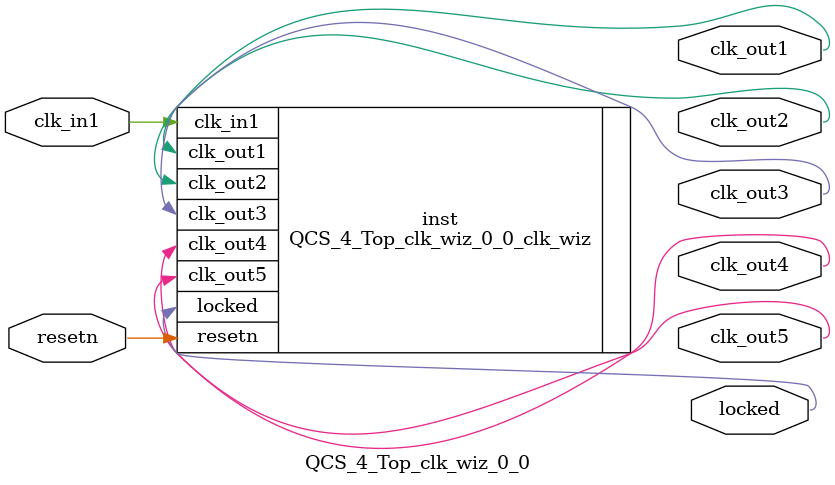
<source format=v>


`timescale 1ps/1ps

(* CORE_GENERATION_INFO = "QCS_4_Top_clk_wiz_0_0,clk_wiz_v6_0_12_0_0,{component_name=QCS_4_Top_clk_wiz_0_0,use_phase_alignment=true,use_min_o_jitter=false,use_max_i_jitter=false,use_dyn_phase_shift=false,use_inclk_switchover=false,use_dyn_reconfig=false,enable_axi=0,feedback_source=FDBK_AUTO,PRIMITIVE=PLL,num_out_clk=5,clkin1_period=10.000,clkin2_period=10.000,use_power_down=false,use_reset=true,use_locked=true,use_inclk_stopped=false,feedback_type=SINGLE,CLOCK_MGR_TYPE=NA,manual_override=false}" *)

module QCS_4_Top_clk_wiz_0_0 
 (
  // Clock out ports
  output        clk_out1,
  output        clk_out2,
  output        clk_out3,
  output        clk_out4,
  output        clk_out5,
  // Status and control signals
  input         resetn,
  output        locked,
 // Clock in ports
  input         clk_in1
 );

  QCS_4_Top_clk_wiz_0_0_clk_wiz inst
  (
  // Clock out ports  
  .clk_out1(clk_out1),
  .clk_out2(clk_out2),
  .clk_out3(clk_out3),
  .clk_out4(clk_out4),
  .clk_out5(clk_out5),
  // Status and control signals               
  .resetn(resetn), 
  .locked(locked),
 // Clock in ports
  .clk_in1(clk_in1)
  );

endmodule

</source>
